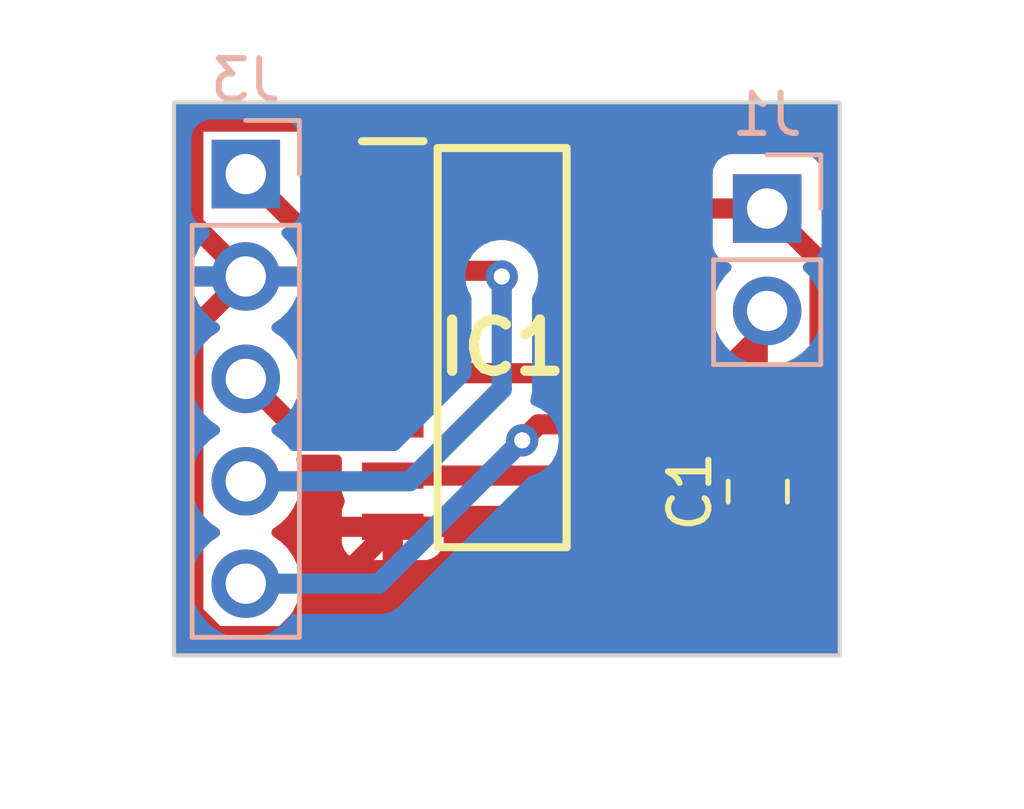
<source format=kicad_pcb>
(kicad_pcb (version 20221018) (generator pcbnew)
  (layers (0 "F.Cu" signal) (31 "B.Cu" signal) (34 "B.Paste" user) (35 "F.Paste" user) (36 "B.SilkS" user "B.Silkscreen") (37 "F.SilkS" user "F.Silkscreen") (38 "B.Mask" user) (39 "F.Mask" user) (44 "Edge.Cuts" user))
  (net 0 "")
  (net 1 "Net-(IC1-OUT_A_1)")
  (net 2 "Net-(IC1-OUT_B_1)")
  (net 3 "GND")
  (net 4 "Direction1")
  (net 5 "12v")
  (net 6 "Direction2")
  (net 7 "PWM")
  (footprint "VNH:SOIC127P600X175-16N" (layer "F.Cu") (at 77.7325 70.852)
    (fp_text reference "IC1" (at 0 0) (layer "F.SilkS") (effects (font (size 1.27 1.27) (thickness 0.254))))
    (fp_text value "VNH7070ASTR" hide)
    (fp_line (start -3.475 -5.12) (end -1.95 -5.12) (stroke (width 0.2)) (layer "F.SilkS"))
    (fp_line (start -1.6 -4.95) (end 1.6 -4.95) (stroke (width 0.2)) (layer "F.SilkS"))
    (fp_line (start -1.6 4.95) (end -1.6 -4.95) (stroke (width 0.2)) (layer "F.SilkS"))
    (fp_line (start 1.6 -4.95) (end 1.6 4.95) (stroke (width 0.2)) (layer "F.SilkS"))
    (fp_line (start 1.6 4.95) (end -1.6 4.95) (stroke (width 0.2)) (layer "F.SilkS"))
    (pad "1" smd rect (at -2.712 -4.445 90) (size 0.65 1.525) (layers "F.Cu" "F.Paste" "F.Mask") (net 3 "GND"))
    (pad "2" smd rect (at -2.712 -3.175 90) (size 0.65 1.525) (layers "F.Cu" "F.Paste" "F.Mask") (net 1 "Net-(IC1-OUT_A_1)"))
    (pad "3" smd rect (at -2.712 -1.905 90) (size 0.65 1.525) (layers "F.Cu" "F.Paste" "F.Mask") (net 4 "Direction1"))
    (pad "4" smd rect (at -2.712 -0.635 90) (size 0.65 1.525) (layers "F.Cu" "F.Paste" "F.Mask") (net 5 "12v"))
    (pad "5" smd rect (at -2.712 0.635 90) (size 0.65 1.525) (layers "F.Cu" "F.Paste" "F.Mask") (net 5 "12v"))
    (pad "6" smd rect (at -2.712 1.905 90) (size 0.65 1.525) (layers "F.Cu" "F.Paste" "F.Mask") (net 6 "Direction2"))
    (pad "7" smd rect (at -2.712 3.175 90) (size 0.65 1.525) (layers "F.Cu" "F.Paste" "F.Mask") (net 2 "Net-(IC1-OUT_B_1)"))
    (pad "8" smd rect (at -2.712 4.445 90) (size 0.65 1.525) (layers "F.Cu" "F.Paste" "F.Mask") (net 3 "GND"))
    (pad "9" smd rect (at 2.712 4.445 90) (size 0.65 1.525) (layers "F.Cu" "F.Paste" "F.Mask") (net 3 "GND"))
    (pad "10" smd rect (at 2.712 3.175 90) (size 0.65 1.525) (layers "F.Cu" "F.Paste" "F.Mask") (net 2 "Net-(IC1-OUT_B_1)"))
    (pad "11" smd rect (at 2.712 1.905 90) (size 0.65 1.525) (layers "F.Cu" "F.Paste" "F.Mask") (net 7 "PWM"))
    (pad "12" smd rect (at 2.712 0.635 90) (size 0.65 1.525) (layers "F.Cu" "F.Paste" "F.Mask") (net 5 "12v"))
    (pad "13" smd rect (at 2.712 -0.635 90) (size 0.65 1.525) (layers "F.Cu" "F.Paste" "F.Mask"))
    (pad "14" smd rect (at 2.712 -1.905 90) (size 0.65 1.525) (layers "F.Cu" "F.Paste" "F.Mask"))
    (pad "15" smd rect (at 2.712 -3.175 90) (size 0.65 1.525) (layers "F.Cu" "F.Paste" "F.Mask") (net 1 "Net-(IC1-OUT_A_1)"))
    (pad "16" smd rect (at 2.712 -4.445 90) (size 0.65 1.525) (layers "F.Cu" "F.Paste" "F.Mask") (net 3 "GND"))
  )
  (footprint "Capacitor_SMD:C_0805_2012Metric_Pad1.18x1.45mm_HandSolder" (layer "F.Cu") (at 84.074 74.422 90)
    (fp_text reference "C1" (at 0 -1.68 90) (layer "F.SilkS"))
    (fp_text value "0.1uf")
    (fp_line (start -0.261252 -0.735) (end 0.261252 -0.735) (stroke (width 0.12)) (layer "F.SilkS"))
    (fp_line (start -0.261252 0.735) (end 0.261252 0.735) (stroke (width 0.12)) (layer "F.SilkS"))
    (pad "1" smd roundrect (at -1.0375 0 90) (size 1.175 1.45) (layers "F.Cu" "F.Paste" "F.Mask") (roundrect_rratio 0.212766) (net 1 "Net-(IC1-OUT_A_1)"))
    (pad "2" smd roundrect (at 1.0375 0 90) (size 1.175 1.45) (layers "F.Cu" "F.Paste" "F.Mask") (roundrect_rratio 0.212766) (net 2 "Net-(IC1-OUT_B_1)"))
  )
  (footprint "Connector_PinHeader_2.54mm:PinHeader_1x02_P2.54mm_Vertical" (layer "B.Cu") (at 84.3075 67.402 180)
    (fp_text reference "J1" (at 0 2.33) (layer "B.SilkS") (effects (justify mirror)))
    (fp_text value "Conn_01x02")
    (fp_line (start -1.33 -3.87) (end 1.33 -3.87) (stroke (width 0.12)) (layer "B.SilkS"))
    (fp_line (start -1.33 -1.27) (end -1.33 -3.87) (stroke (width 0.12)) (layer "B.SilkS"))
    (fp_line (start -1.33 -1.27) (end 1.33 -1.27) (stroke (width 0.12)) (layer "B.SilkS"))
    (fp_line (start -1.33 0) (end -1.33 1.33) (stroke (width 0.12)) (layer "B.SilkS"))
    (fp_line (start -1.33 1.33) (end 0 1.33) (stroke (width 0.12)) (layer "B.SilkS"))
    (fp_line (start 1.33 -1.27) (end 1.33 -3.87) (stroke (width 0.12)) (layer "B.SilkS"))
    (pad "1" thru_hole rect (at 0 0 180) (size 1.7 1.7) (drill 1) (layers "*.Cu" "*.Mask") (net 1 "Net-(IC1-OUT_A_1)"))
    (pad "2" thru_hole oval (at 0 -2.54 180) (size 1.7 1.7) (drill 1) (layers "*.Cu" "*.Mask") (net 2 "Net-(IC1-OUT_B_1)"))
  )
  (footprint "Connector_PinHeader_2.54mm:PinHeader_1x05_P2.54mm_Vertical" (layer "B.Cu") (at 71.374 66.548 180)
    (fp_text reference "J3" (at 0 2.33) (layer "B.SilkS") (effects (justify mirror)))
    (fp_text value "Conn_01x05")
    (fp_line (start -1.33 -11.49) (end 1.33 -11.49) (stroke (width 0.12)) (layer "B.SilkS"))
    (fp_line (start -1.33 -1.27) (end -1.33 -11.49) (stroke (width 0.12)) (layer "B.SilkS"))
    (fp_line (start -1.33 -1.27) (end 1.33 -1.27) (stroke (width 0.12)) (layer "B.SilkS"))
    (fp_line (start -1.33 0) (end -1.33 1.33) (stroke (width 0.12)) (layer "B.SilkS"))
    (fp_line (start -1.33 1.33) (end 0 1.33) (stroke (width 0.12)) (layer "B.SilkS"))
    (fp_line (start 1.33 -1.27) (end 1.33 -11.49) (stroke (width 0.12)) (layer "B.SilkS"))
    (pad "1" thru_hole rect (at 0 0 180) (size 1.7 1.7) (drill 1) (layers "*.Cu" "*.Mask") (net 5 "12v"))
    (pad "2" thru_hole oval (at 0 -2.54 180) (size 1.7 1.7) (drill 1) (layers "*.Cu" "*.Mask") (net 3 "GND"))
    (pad "3" thru_hole oval (at 0 -5.08 180) (size 1.7 1.7) (drill 1) (layers "*.Cu" "*.Mask") (net 6 "Direction2"))
    (pad "4" thru_hole oval (at 0 -7.62 180) (size 1.7 1.7) (drill 1) (layers "*.Cu" "*.Mask") (net 4 "Direction1"))
    (pad "5" thru_hole oval (at 0 -10.16 180) (size 1.7 1.7) (drill 1) (layers "*.Cu" "*.Mask") (net 7 "PWM"))
  )
  (gr_rect (start 69.596 64.77) (end 86.106 78.486) (stroke (width 0.1)) (fill none) (layer "Edge.Cuts"))
  (segment (start 84.074 75.4595) (end 85.6075 73.926) (width 0.5) (layer "F.Cu") (net 1))
  (segment (start 84.3075 67.402) (end 80.7195 67.402) (width 0.5) (layer "F.Cu") (net 1))
  (segment (start 80.7195 67.402) (end 80.4445 67.677) (width 0.5) (layer "F.Cu") (net 1))
  (segment (start 85.6075 68.702) (end 84.3075 67.402) (width 0.5) (layer "F.Cu") (net 1))
  (segment (start 75.0205 67.677) (end 80.4445 67.677) (width 0.5) (layer "F.Cu") (net 1))
  (segment (start 85.6075 73.926) (end 85.6075 68.702) (width 0.5) (layer "F.Cu") (net 1))
  (segment (start 78.486 74.027) (end 81.162 74.027) (width 0.5) (layer "F.Cu") (net 2))
  (segment (start 84.074 70.1755) (end 84.3075 69.942) (width 0.5) (layer "F.Cu") (net 2))
  (segment (start 78.486 74.027) (end 80.4445 74.027) (width 0.5) (layer "F.Cu") (net 2))
  (segment (start 84.074 73.3845) (end 84.074 70.1755) (width 0.5) (layer "F.Cu") (net 2))
  (segment (start 81.162 74.027) (end 81.657 73.532) (width 0.5) (layer "F.Cu") (net 2))
  (segment (start 81.657 73.029) (end 84.3075 70.3785) (width 0.5) (layer "F.Cu") (net 2))
  (segment (start 81.657 73.532) (end 81.657 73.029) (width 0.5) (layer "F.Cu") (net 2))
  (segment (start 75.0205 74.027) (end 78.486 74.027) (width 0.5) (layer "F.Cu") (net 2))
  (segment (start 84.3075 70.3785) (end 84.3075 69.942) (width 0.5) (layer "F.Cu") (net 2))
  (segment (start 70.642 78.008) (end 70.074 77.44) (width 0.5) (layer "F.Cu") (net 3))
  (segment (start 73.8615 65.248) (end 70.134 65.248) (width 0.5) (layer "F.Cu") (net 3))
  (segment (start 70.074 77.44) (end 70.074 70.388) (width 0.5) (layer "F.Cu") (net 3))
  (segment (start 70.074 67.788) (end 71.374 69.088) (width 0.5) (layer "F.Cu") (net 3))
  (segment (start 70.074 65.308) (end 70.074 67.788) (width 0.5) (layer "F.Cu") (net 3))
  (segment (start 75.0205 66.407) (end 73.8615 65.248) (width 0.5) (layer "F.Cu") (net 3))
  (segment (start 70.074 70.388) (end 71.374 69.088) (width 0.5) (layer "F.Cu") (net 3))
  (segment (start 72.3095 78.008) (end 70.642 78.008) (width 0.5) (layer "F.Cu") (net 3))
  (segment (start 75.0205 75.297) (end 72.3095 78.008) (width 0.5) (layer "F.Cu") (net 3))
  (segment (start 80.4445 66.407) (end 75.0205 66.407) (width 0.5) (layer "F.Cu") (net 3))
  (segment (start 70.134 65.248) (end 70.074 65.308) (width 0.5) (layer "F.Cu") (net 3))
  (segment (start 75.0205 75.297) (end 80.4445 75.297) (width 0.5) (layer "F.Cu") (net 3))
  (segment (start 75.0205 68.947) (end 77.583 68.947) (width 0.5) (layer "F.Cu") (net 4))
  (segment (start 77.583 68.947) (end 77.724 69.088) (width 0.5) (layer "F.Cu") (net 4))
  (via (at 77.724 69.088) (size 0.8) (drill 0.4) (layers "F.Cu" "B.Cu") (net 4))
  (segment (start 77.724 71.882) (end 77.724 69.088) (width 0.5) (layer "B.Cu") (net 4))
  (segment (start 75.438 74.168) (end 77.724 71.882) (width 0.5) (layer "B.Cu") (net 4))
  (segment (start 71.374 74.168) (end 75.438 74.168) (width 0.5) (layer "B.Cu") (net 4))
  (segment (start 75.0205 70.217) (end 73.758 70.217) (width 0.5) (layer "F.Cu") (net 5))
  (segment (start 72.898 69.357) (end 72.898 68.072) (width 0.5) (layer "F.Cu") (net 5))
  (segment (start 72.898 68.072) (end 71.374 66.548) (width 0.5) (layer "F.Cu") (net 5))
  (segment (start 75.0205 71.487) (end 75.0205 70.217) (width 0.5) (layer "F.Cu") (net 5))
  (segment (start 73.758 70.217) (end 72.898 69.357) (width 0.5) (layer "F.Cu") (net 5))
  (segment (start 80.4445 71.487) (end 75.0205 71.487) (width 0.5) (layer "F.Cu") (net 5))
  (segment (start 72.503 72.757) (end 75.0205 72.757) (width 0.5) (layer "F.Cu") (net 6))
  (segment (start 71.374 71.628) (end 72.503 72.757) (width 0.5) (layer "F.Cu") (net 6))
  (segment (start 80.4445 72.757) (end 78.627 72.757) (width 0.5) (layer "F.Cu") (net 7))
  (segment (start 78.627 72.757) (end 78.232 73.152) (width 0.5) (layer "F.Cu") (net 7))
  (via (at 78.232 73.152) (size 0.8) (drill 0.4) (layers "F.Cu" "B.Cu") (net 7))
  (segment (start 71.374 76.708) (end 74.676 76.708) (width 0.5) (layer "B.Cu") (net 7))
  (segment (start 74.676 76.708) (end 78.232 73.152) (width 0.5) (layer "B.Cu") (net 7))
  (zone (net 3) (net_name "GND") (layers "F&B.Cu") (connect_pads (clearance 0.5)) (min_thickness 0.25) (fill yes (thermal_gap 0.5) (thermal_bridge_width 0.5))
    (polygon (pts (xy 65.532 62.738) (xy 65.278 82.296) (xy 90.678 81.534) (xy 89.154 62.23)))
  )
)
</source>
